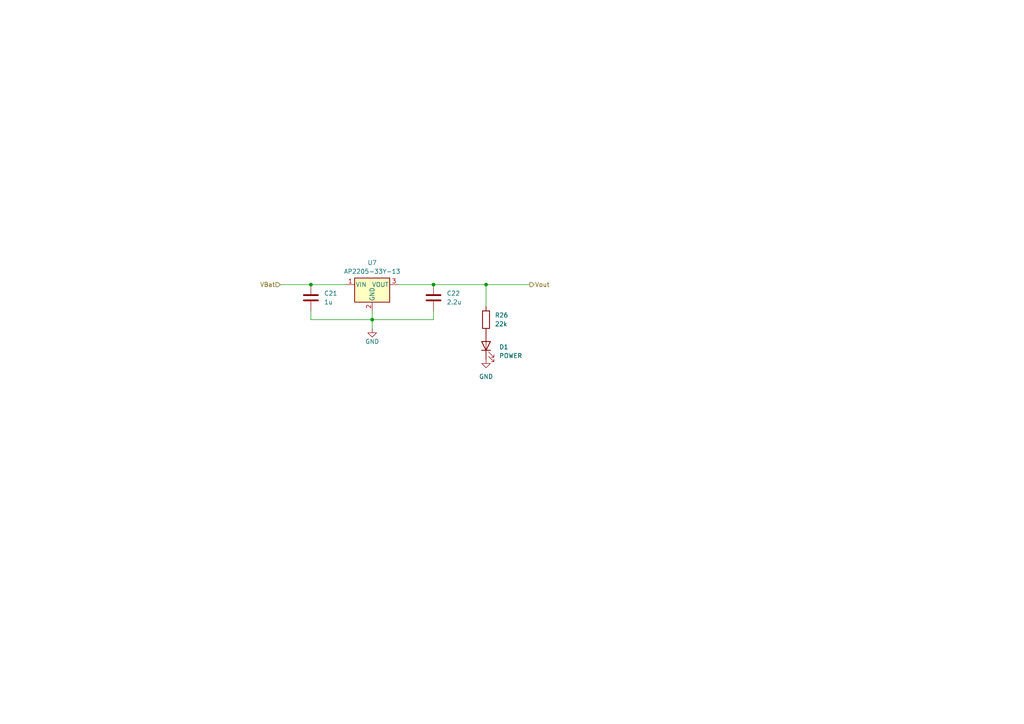
<source format=kicad_sch>
(kicad_sch (version 20230121) (generator eeschema)
  (paper "A4")
  (lib_symbols
    (symbol "Device:C" (pin_numbers hide) (pin_names (offset 0.254))
      (property "Reference" "C" (at 0.635 2.54 0))
      (property "Value" "C" (at 0.635 -2.54 0))
      (symbol "C_0_1"
        (polyline (pts (xy -2.032 -0.762) (xy 2.032 -0.762)) (stroke (width 0.508)))
        (polyline (pts (xy -2.032 0.762) (xy 2.032 0.762)) (stroke (width 0.508)))
      )
      (symbol "C_1_1"
        (pin passive line (at 0 3.81 270) (length 2.794) (name "~") (number "1"))
        (pin passive line (at 0 -3.81 90) (length 2.794) (name "~") (number "2"))
      )
    )
    (symbol "Device:LED" (pin_numbers hide) (pin_names (offset 1.016) hide)
      (property "Reference" "D" (at 0 2.54 0))
      (property "Value" "LED" (at 0 -2.54 0))
      (symbol "LED_0_1"
        (polyline (pts (xy -1.27 -1.27) (xy -1.27 1.27)) (stroke (width 0.254)))
        (polyline (pts (xy -1.27 0) (xy 1.27 0)))
        (polyline (pts (xy 1.27 -1.27) (xy 1.27 1.27) (xy -1.27 0) (xy 1.27 -1.27)) (stroke (width 0.254)))
        (polyline (pts (xy -3.048 -0.762) (xy -4.572 -2.286) (xy -3.81 -2.286) (xy -4.572 -2.286) (xy -4.572 -1.524)))
        (polyline (pts (xy -1.778 -0.762) (xy -3.302 -2.286) (xy -2.54 -2.286) (xy -3.302 -2.286) (xy -3.302 -1.524)))
      )
      (symbol "LED_1_1"
        (pin passive line (at -3.81 0 0) (length 2.54) (name "K") (number "1"))
        (pin passive line (at 3.81 0 180) (length 2.54) (name "A") (number "2"))
      )
    )
    (symbol "Device:R" (pin_numbers hide) (pin_names (offset 0))
      (property "Reference" "R" (at 2.032 0 90))
      (property "Value" "R" (at 0 0 90))
      (symbol "R_0_1"
        (rectangle (start -1.016 -2.54) (end 1.016 2.54) (stroke (width 0.254)))
      )
      (symbol "R_1_1"
        (pin passive line (at 0 3.81 270) (length 1.27) (name "~") (number "1"))
        (pin passive line (at 0 -3.81 90) (length 1.27) (name "~") (number "2"))
      )
    )
    (symbol "Project:AP2205-33Y-13" (pin_names (offset 0.254))
      (property "Reference" "U" (at -5.08 3.175 0))
      (property "Value" "AP2205-33Y-13" (at 0 3.175 0))
      (symbol "AP2205-33Y-13_0_1"
        (rectangle (start -5.08 1.905) (end 5.08 -5.08) (stroke (width 0.254)) (fill (type background)))
      )
      (symbol "AP2205-33Y-13_1_1"
        (pin power_in line (at -7.62 0 0) (length 2.54) (name "VIN") (number "1"))
        (pin power_in line (at 0 -7.62 90) (length 2.54) (name "GND") (number "2"))
        (pin power_out line (at 7.62 0 180) (length 2.54) (name "VOUT") (number "3"))
      )
    )
    (symbol "power:GND" (power) (pin_names (offset 0))
      (property "Value" "GND" (at 0 -3.81 0))
      (symbol "GND_0_1"
        (polyline (pts (xy 0 0) (xy 0 -1.27) (xy 1.27 -1.27) (xy 0 -2.54) (xy -1.27 -1.27) (xy 0 -1.27)))
      )
      (symbol "GND_1_1"
        (pin power_in line (at 0 0 270) (length 0) hide (name "GND") (number "1"))
      )
    )
  )
  (junction (at 125.73 82.55))
  (junction (at 107.95 92.71))
  (junction (at 90.17 82.55))
  (junction (at 140.97 82.55))
  (wire (pts (xy 115.57 82.55) (xy 125.73 82.55)))
  (wire (pts (xy 125.73 92.71) (xy 125.73 90.17)))
  (wire (pts (xy 90.17 92.71) (xy 107.95 92.71)))
  (wire (pts (xy 90.17 82.55) (xy 100.33 82.55)))
  (wire (pts (xy 107.95 90.17) (xy 107.95 92.71)))
  (wire (pts (xy 90.17 82.55) (xy 81.28 82.55)))
  (wire (pts (xy 125.73 82.55) (xy 140.97 82.55)))
  (wire (pts (xy 107.95 92.71) (xy 107.95 95.25)))
  (wire (pts (xy 140.97 82.55) (xy 140.97 88.9)))
  (wire (pts (xy 107.95 92.71) (xy 125.73 92.71)))
  (wire (pts (xy 140.97 82.55) (xy 153.67 82.55)))
  (wire (pts (xy 90.17 90.17) (xy 90.17 92.71)))
  (hierarchical_label "Vout" (shape output) (at 153.67 82.55 0))
  (hierarchical_label "VBat" (shape input) (at 81.28 82.55 180))
  (symbol (lib_id "power:GND") (at 140.97 104.14 0) (unit 1)
    (property "Reference" "#PWR063" (effects hide))
    (property "Value" "GND" (at 140.97 109.22 0))
    (instances (project "Flight_Board" (path "" (reference "#PWR063") (unit 1)) (path "" (reference "#PWR049") (unit 1))))
  )
  (symbol (lib_id "Device:C") (at 125.73 86.36 0) (unit 1)
    (property "Reference" "C22" (at 129.54 85.09 0) (effects (justify left)))
    (property "Value" "2.2u" (at 129.54 87.63 0) (effects (justify left)))
    (property "Footprint" "Capacitor_SMD:C_0603_1608Metric_Pad1.08x0.95mm_HandSolder" (effects hide))
  )
  (symbol (lib_id "Project:AP2205-33Y-13") (at 107.95 82.55 0) (unit 1)
    (property "Reference" "U7" (at 107.95 76.2 0))
    (property "Value" "AP2205-33Y-13" (at 107.95 78.74 0))
    (property "Footprint" "Package_TO_SOT_SMD:SOT-89-3" (effects hide))
    (property "Datasheet" "https://www.diodes.com/assets/Datasheets/AP2205.pdf" (effects hide))
  )
  (symbol (lib_id "Device:C") (at 90.17 86.36 0) (unit 1)
    (property "Reference" "C21" (at 93.98 85.09 0) (effects (justify left)))
    (property "Value" "1u" (at 93.98 87.63 0) (effects (justify left)))
    (property "Footprint" "Capacitor_SMD:C_0603_1608Metric_Pad1.08x0.95mm_HandSolder" (effects hide))
  )
  (symbol (lib_id "Device:LED") (at 140.97 100.33 90) (unit 1)
    (property "Reference" "D1" (at 144.78 100.6475 90) (effects (justify right)))
    (property "Value" "POWER" (at 144.78 103.1875 90) (effects (justify right)))
    (property "Footprint" "LED_SMD:LED_0603_1608Metric_Pad1.05x0.95mm_HandSolder" (effects hide))
    (instances (project "Flight_Board" (path "" (reference "D1") (unit 1)) (path "" (reference "D2") (unit 1))))
  )
  (symbol (lib_id "Device:R") (at 140.97 92.71 0) (unit 1)
    (property "Reference" "R26" (at 143.51 91.44 0) (effects (justify left)))
    (property "Value" "22k" (at 143.51 93.98 0) (effects (justify left)))
    (property "Footprint" "Resistor_SMD:R_0603_1608Metric_Pad0.98x0.95mm_HandSolder" (effects hide))
    (instances (project "Flight_Board" (path "" (reference "R26") (unit 1)) (path "" (reference "R12") (unit 1))))
  )
  (symbol (lib_id "power:GND") (at 107.95 95.25 0) (unit 1)
    (property "Reference" "#PWR?" (effects hide))
    (property "Value" "GND" (at 107.95 99.06 0))
    (instances (project "Flight_Board" (path "" (reference "#PWR?") (unit 1)) (path "" (reference "#PWR048") (unit 1))))
  )
)
</source>
